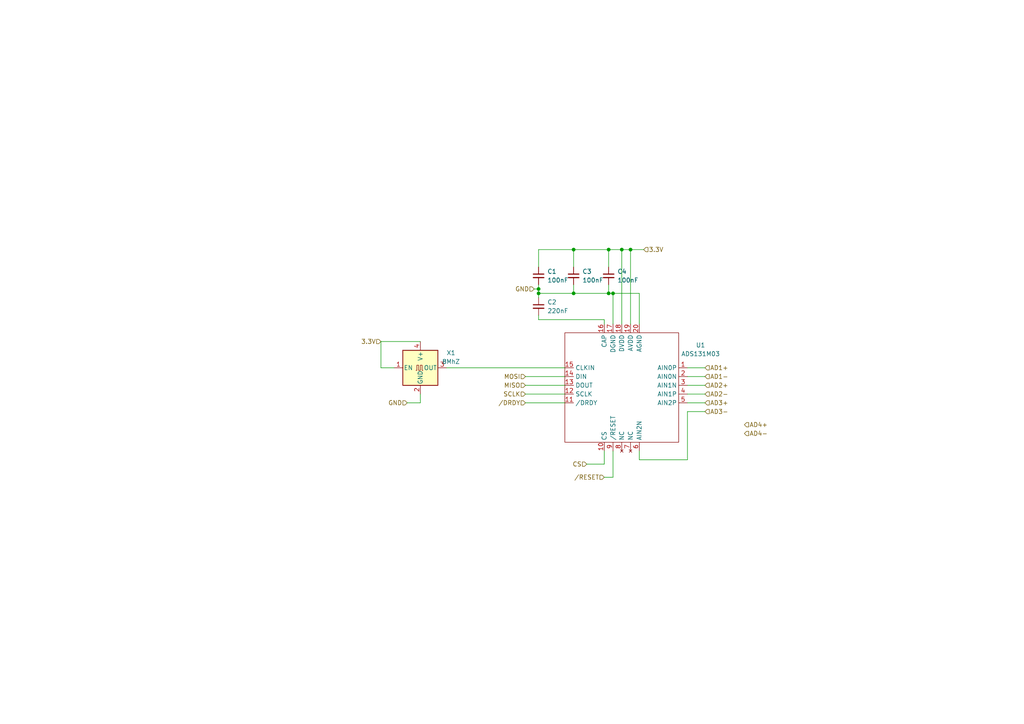
<source format=kicad_sch>
(kicad_sch (version 20211123) (generator eeschema)

  (uuid 021cf161-a04e-430c-aa23-55c6938afa59)

  (paper "A4")

  (lib_symbols
    (symbol "Device:C_Small" (pin_numbers hide) (pin_names (offset 0.254) hide) (in_bom yes) (on_board yes)
      (property "Reference" "C" (id 0) (at 0.254 1.778 0)
        (effects (font (size 1.27 1.27)) (justify left))
      )
      (property "Value" "C_Small" (id 1) (at 0.254 -2.032 0)
        (effects (font (size 1.27 1.27)) (justify left))
      )
      (property "Footprint" "" (id 2) (at 0 0 0)
        (effects (font (size 1.27 1.27)) hide)
      )
      (property "Datasheet" "~" (id 3) (at 0 0 0)
        (effects (font (size 1.27 1.27)) hide)
      )
      (property "ki_keywords" "capacitor cap" (id 4) (at 0 0 0)
        (effects (font (size 1.27 1.27)) hide)
      )
      (property "ki_description" "Unpolarized capacitor, small symbol" (id 5) (at 0 0 0)
        (effects (font (size 1.27 1.27)) hide)
      )
      (property "ki_fp_filters" "C_*" (id 6) (at 0 0 0)
        (effects (font (size 1.27 1.27)) hide)
      )
      (symbol "C_Small_0_1"
        (polyline
          (pts
            (xy -1.524 -0.508)
            (xy 1.524 -0.508)
          )
          (stroke (width 0.3302) (type default) (color 0 0 0 0))
          (fill (type none))
        )
        (polyline
          (pts
            (xy -1.524 0.508)
            (xy 1.524 0.508)
          )
          (stroke (width 0.3048) (type default) (color 0 0 0 0))
          (fill (type none))
        )
      )
      (symbol "C_Small_1_1"
        (pin passive line (at 0 2.54 270) (length 2.032)
          (name "~" (effects (font (size 1.27 1.27))))
          (number "1" (effects (font (size 1.27 1.27))))
        )
        (pin passive line (at 0 -2.54 90) (length 2.032)
          (name "~" (effects (font (size 1.27 1.27))))
          (number "2" (effects (font (size 1.27 1.27))))
        )
      )
    )
    (symbol "Oscillator:XO32" (pin_names (offset 0.254)) (in_bom yes) (on_board yes)
      (property "Reference" "X" (id 0) (at -5.08 6.35 0)
        (effects (font (size 1.27 1.27)) (justify left))
      )
      (property "Value" "XO32" (id 1) (at 1.27 -6.35 0)
        (effects (font (size 1.27 1.27)) (justify left))
      )
      (property "Footprint" "Oscillator:Oscillator_SMD_EuroQuartz_XO32-4Pin_3.2x2.5mm" (id 2) (at 17.78 -8.89 0)
        (effects (font (size 1.27 1.27)) hide)
      )
      (property "Datasheet" "http://cdn-reichelt.de/documents/datenblatt/B400/XO32.pdf" (id 3) (at -2.54 0 0)
        (effects (font (size 1.27 1.27)) hide)
      )
      (property "ki_keywords" "Crystal Clock Oscillator" (id 4) (at 0 0 0)
        (effects (font (size 1.27 1.27)) hide)
      )
      (property "ki_description" "HCMOS Clock Oscillator" (id 5) (at 0 0 0)
        (effects (font (size 1.27 1.27)) hide)
      )
      (property "ki_fp_filters" "Oscillator*SMD*EuroQuartz*XO32*3.2x2.5mm*" (id 6) (at 0 0 0)
        (effects (font (size 1.27 1.27)) hide)
      )
      (symbol "XO32_0_1"
        (rectangle (start -5.08 5.08) (end 5.08 -5.08)
          (stroke (width 0.254) (type default) (color 0 0 0 0))
          (fill (type background))
        )
        (polyline
          (pts
            (xy -1.27 -0.762)
            (xy -1.016 -0.762)
            (xy -1.016 0.762)
            (xy -0.508 0.762)
            (xy -0.508 -0.762)
            (xy 0 -0.762)
            (xy 0 0.762)
            (xy 0.508 0.762)
            (xy 0.508 -0.762)
            (xy 0.762 -0.762)
          )
          (stroke (width 0) (type default) (color 0 0 0 0))
          (fill (type none))
        )
      )
      (symbol "XO32_1_1"
        (pin input line (at -7.62 0 0) (length 2.54)
          (name "EN" (effects (font (size 1.27 1.27))))
          (number "1" (effects (font (size 1.27 1.27))))
        )
        (pin power_in line (at 0 -7.62 90) (length 2.54)
          (name "GND" (effects (font (size 1.27 1.27))))
          (number "2" (effects (font (size 1.27 1.27))))
        )
        (pin output line (at 7.62 0 180) (length 2.54)
          (name "OUT" (effects (font (size 1.27 1.27))))
          (number "3" (effects (font (size 1.27 1.27))))
        )
        (pin power_in line (at 0 7.62 270) (length 2.54)
          (name "V+" (effects (font (size 1.27 1.27))))
          (number "4" (effects (font (size 1.27 1.27))))
        )
      )
    )
    (symbol "parts:ADS131M03" (in_bom yes) (on_board yes)
      (property "Reference" "U" (id 0) (at 7.62 19.05 0)
        (effects (font (size 1.27 1.27)))
      )
      (property "Value" "ADS131M03" (id 1) (at 12.7 16.51 0)
        (effects (font (size 1.27 1.27)))
      )
      (property "Footprint" "" (id 2) (at 0 26.67 0)
        (effects (font (size 1.27 1.27)) hide)
      )
      (property "Datasheet" "" (id 3) (at 0 26.67 0)
        (effects (font (size 1.27 1.27)) hide)
      )
      (symbol "ADS131M03_0_1"
        (rectangle (start -16.51 15.24) (end 16.51 -16.51)
          (stroke (width 0) (type default) (color 0 0 0 0))
          (fill (type none))
        )
      )
      (symbol "ADS131M03_1_1"
        (pin input line (at -19.05 5.08 0) (length 2.54)
          (name "AIN0P" (effects (font (size 1.27 1.27))))
          (number "1" (effects (font (size 1.27 1.27))))
        )
        (pin input line (at 5.08 -19.05 90) (length 2.54)
          (name "CS" (effects (font (size 1.27 1.27))))
          (number "10" (effects (font (size 1.27 1.27))))
        )
        (pin output line (at 16.51 -5.08 180) (length 2.54)
          (name "/DRDY" (effects (font (size 1.27 1.27))))
          (number "11" (effects (font (size 1.27 1.27))))
        )
        (pin input line (at 16.51 -2.54 180) (length 2.54)
          (name "SCLK" (effects (font (size 1.27 1.27))))
          (number "12" (effects (font (size 1.27 1.27))))
        )
        (pin output line (at 16.51 0 180) (length 2.54)
          (name "DOUT" (effects (font (size 1.27 1.27))))
          (number "13" (effects (font (size 1.27 1.27))))
        )
        (pin input line (at 16.51 2.54 180) (length 2.54)
          (name "DIN" (effects (font (size 1.27 1.27))))
          (number "14" (effects (font (size 1.27 1.27))))
        )
        (pin input line (at 16.51 5.08 180) (length 2.54)
          (name "CLKIN" (effects (font (size 1.27 1.27))))
          (number "15" (effects (font (size 1.27 1.27))))
        )
        (pin passive line (at 5.08 17.78 270) (length 2.54)
          (name "CAP" (effects (font (size 1.27 1.27))))
          (number "16" (effects (font (size 1.27 1.27))))
        )
        (pin power_in line (at 2.54 17.78 270) (length 2.54)
          (name "DGND" (effects (font (size 1.27 1.27))))
          (number "17" (effects (font (size 1.27 1.27))))
        )
        (pin power_in line (at 0 17.78 270) (length 2.54)
          (name "DVDD" (effects (font (size 1.27 1.27))))
          (number "18" (effects (font (size 1.27 1.27))))
        )
        (pin power_in line (at -2.54 17.78 270) (length 2.54)
          (name "AVDD" (effects (font (size 1.27 1.27))))
          (number "19" (effects (font (size 1.27 1.27))))
        )
        (pin input line (at -19.05 2.54 0) (length 2.54)
          (name "AIN0N" (effects (font (size 1.27 1.27))))
          (number "2" (effects (font (size 1.27 1.27))))
        )
        (pin power_in line (at -5.08 17.78 270) (length 2.54)
          (name "AGND" (effects (font (size 1.27 1.27))))
          (number "20" (effects (font (size 1.27 1.27))))
        )
        (pin input line (at -19.05 0 0) (length 2.54)
          (name "AIN1N" (effects (font (size 1.27 1.27))))
          (number "3" (effects (font (size 1.27 1.27))))
        )
        (pin input line (at -19.05 -2.54 0) (length 2.54)
          (name "AIN1P" (effects (font (size 1.27 1.27))))
          (number "4" (effects (font (size 1.27 1.27))))
        )
        (pin input line (at -19.05 -5.08 0) (length 2.54)
          (name "AIN2P" (effects (font (size 1.27 1.27))))
          (number "5" (effects (font (size 1.27 1.27))))
        )
        (pin input line (at -5.08 -19.05 90) (length 2.54)
          (name "AIN2N" (effects (font (size 1.27 1.27))))
          (number "6" (effects (font (size 1.27 1.27))))
        )
        (pin no_connect line (at -2.54 -19.05 90) (length 2.54)
          (name "NC" (effects (font (size 1.27 1.27))))
          (number "7" (effects (font (size 1.27 1.27))))
        )
        (pin no_connect line (at 0 -19.05 90) (length 2.54)
          (name "NC" (effects (font (size 1.27 1.27))))
          (number "8" (effects (font (size 1.27 1.27))))
        )
        (pin input line (at 2.54 -19.05 90) (length 2.54)
          (name "/RESET" (effects (font (size 1.27 1.27))))
          (number "9" (effects (font (size 1.27 1.27))))
        )
      )
    )
  )

  (junction (at 166.37 72.39) (diameter 0) (color 0 0 0 0)
    (uuid 299f5b3a-7533-433d-afbd-31fbc9b87e19)
  )
  (junction (at 180.34 72.39) (diameter 0) (color 0 0 0 0)
    (uuid 29f6fad9-d684-42d0-82f3-0082ce96a7a4)
  )
  (junction (at 182.88 72.39) (diameter 0) (color 0 0 0 0)
    (uuid 54d49754-6dac-4b67-affc-2b062a44916e)
  )
  (junction (at 177.8 85.09) (diameter 0) (color 0 0 0 0)
    (uuid 56466e1f-499e-470b-82b4-72dcf6b935de)
  )
  (junction (at 166.37 85.09) (diameter 0) (color 0 0 0 0)
    (uuid 91d38618-a080-4165-b7b1-838b672ec208)
  )
  (junction (at 176.53 72.39) (diameter 0) (color 0 0 0 0)
    (uuid b430809f-704f-4e7d-b644-54f73168fb8f)
  )
  (junction (at 156.21 85.09) (diameter 0) (color 0 0 0 0)
    (uuid b7c3fe84-af51-47e0-b00c-bde35d5c9392)
  )
  (junction (at 176.53 85.09) (diameter 0) (color 0 0 0 0)
    (uuid ee43f686-7633-4e3e-a002-f9e338c3ef83)
  )
  (junction (at 156.21 83.82) (diameter 0) (color 0 0 0 0)
    (uuid fe4f034c-6850-4040-8738-706a4bde5e74)
  )

  (wire (pts (xy 176.53 72.39) (xy 176.53 77.47))
    (stroke (width 0) (type default) (color 0 0 0 0))
    (uuid 05ca8d2e-71c1-4133-a922-cbd82cd621b1)
  )
  (wire (pts (xy 176.53 85.09) (xy 177.8 85.09))
    (stroke (width 0) (type default) (color 0 0 0 0))
    (uuid 06130a3f-b519-4f6c-82a6-e67accbae07b)
  )
  (wire (pts (xy 175.26 92.71) (xy 175.26 93.98))
    (stroke (width 0) (type default) (color 0 0 0 0))
    (uuid 0d1cca8b-1808-47ae-bffd-0ccc50894f08)
  )
  (wire (pts (xy 185.42 133.35) (xy 185.42 130.81))
    (stroke (width 0) (type default) (color 0 0 0 0))
    (uuid 1190871e-7691-4380-bdc7-0368cef1e349)
  )
  (wire (pts (xy 156.21 92.71) (xy 175.26 92.71))
    (stroke (width 0) (type default) (color 0 0 0 0))
    (uuid 161af741-093f-4355-aac5-59fc29319941)
  )
  (wire (pts (xy 156.21 77.47) (xy 156.21 72.39))
    (stroke (width 0) (type default) (color 0 0 0 0))
    (uuid 16e9622b-eb48-46b7-9b91-6e792cc2d61b)
  )
  (wire (pts (xy 110.49 99.06) (xy 121.92 99.06))
    (stroke (width 0) (type default) (color 0 0 0 0))
    (uuid 1c6bf620-bada-4454-b138-3a12aa1e9793)
  )
  (wire (pts (xy 175.26 134.62) (xy 175.26 130.81))
    (stroke (width 0) (type default) (color 0 0 0 0))
    (uuid 20f30012-7fc8-4f55-816c-0df1b3239edb)
  )
  (wire (pts (xy 185.42 85.09) (xy 185.42 93.98))
    (stroke (width 0) (type default) (color 0 0 0 0))
    (uuid 21419d51-240f-4d4d-8947-45a46ab95856)
  )
  (wire (pts (xy 176.53 82.55) (xy 176.53 85.09))
    (stroke (width 0) (type default) (color 0 0 0 0))
    (uuid 2299c2c5-9414-4c63-9f32-5c9e7db73ba4)
  )
  (wire (pts (xy 129.54 106.68) (xy 163.83 106.68))
    (stroke (width 0) (type default) (color 0 0 0 0))
    (uuid 39f3aa53-29c1-4498-a5e5-0728158ce095)
  )
  (wire (pts (xy 199.39 109.22) (xy 204.47 109.22))
    (stroke (width 0) (type default) (color 0 0 0 0))
    (uuid 41973fb4-c6d9-476e-8774-0da6d2d31b8e)
  )
  (wire (pts (xy 156.21 85.09) (xy 156.21 86.36))
    (stroke (width 0) (type default) (color 0 0 0 0))
    (uuid 44879175-ad1c-4eaf-820e-5177b22c44cf)
  )
  (wire (pts (xy 199.39 106.68) (xy 204.47 106.68))
    (stroke (width 0) (type default) (color 0 0 0 0))
    (uuid 47d7e998-abcf-4a20-9dc6-e3629776e22c)
  )
  (wire (pts (xy 180.34 72.39) (xy 180.34 93.98))
    (stroke (width 0) (type default) (color 0 0 0 0))
    (uuid 4aa54477-43dc-4a54-8398-8636f37fb60b)
  )
  (wire (pts (xy 156.21 85.09) (xy 156.21 83.82))
    (stroke (width 0) (type default) (color 0 0 0 0))
    (uuid 4f59afea-52a6-42ef-a827-b3f6d4652563)
  )
  (wire (pts (xy 152.4 111.76) (xy 163.83 111.76))
    (stroke (width 0) (type default) (color 0 0 0 0))
    (uuid 50e6e7dd-73e0-4324-bc63-c9a8c6c1e423)
  )
  (wire (pts (xy 170.18 134.62) (xy 175.26 134.62))
    (stroke (width 0) (type default) (color 0 0 0 0))
    (uuid 5c4c69df-a6ff-46f5-a639-3fbd080e0d84)
  )
  (wire (pts (xy 182.88 72.39) (xy 186.69 72.39))
    (stroke (width 0) (type default) (color 0 0 0 0))
    (uuid 5e370ace-c9ad-4c35-bd53-e5018a993304)
  )
  (wire (pts (xy 121.92 116.84) (xy 121.92 114.3))
    (stroke (width 0) (type default) (color 0 0 0 0))
    (uuid 665bf931-97d7-42da-9ce8-976b7b1484a3)
  )
  (wire (pts (xy 199.39 119.38) (xy 204.47 119.38))
    (stroke (width 0) (type default) (color 0 0 0 0))
    (uuid 733adb7e-7cf1-4c82-b728-58125373a7ad)
  )
  (wire (pts (xy 156.21 83.82) (xy 156.21 82.55))
    (stroke (width 0) (type default) (color 0 0 0 0))
    (uuid 736d6d80-d539-4579-ab67-fecc77b5de02)
  )
  (wire (pts (xy 199.39 114.3) (xy 204.47 114.3))
    (stroke (width 0) (type default) (color 0 0 0 0))
    (uuid 7d17f14c-b38c-4b3e-a3ca-9b3cdc464329)
  )
  (wire (pts (xy 199.39 116.84) (xy 204.47 116.84))
    (stroke (width 0) (type default) (color 0 0 0 0))
    (uuid 83275f4a-e598-4003-b7ad-6ae32416b071)
  )
  (wire (pts (xy 166.37 72.39) (xy 166.37 77.47))
    (stroke (width 0) (type default) (color 0 0 0 0))
    (uuid 8485909a-d295-4bcd-8087-6ec545558ed5)
  )
  (wire (pts (xy 152.4 114.3) (xy 163.83 114.3))
    (stroke (width 0) (type default) (color 0 0 0 0))
    (uuid 883d9c29-1826-4d48-b045-2d38701438c8)
  )
  (wire (pts (xy 182.88 72.39) (xy 182.88 93.98))
    (stroke (width 0) (type default) (color 0 0 0 0))
    (uuid 931f931d-df88-4c39-8cf5-f92c173a0f72)
  )
  (wire (pts (xy 166.37 85.09) (xy 176.53 85.09))
    (stroke (width 0) (type default) (color 0 0 0 0))
    (uuid 9c04e4c4-cb62-439d-86c7-32335ce55af4)
  )
  (wire (pts (xy 177.8 138.43) (xy 177.8 130.81))
    (stroke (width 0) (type default) (color 0 0 0 0))
    (uuid 9f46b781-ea4a-4e83-9037-a4f56c170db1)
  )
  (wire (pts (xy 176.53 72.39) (xy 180.34 72.39))
    (stroke (width 0) (type default) (color 0 0 0 0))
    (uuid a1c288cd-b5b3-4baa-aacf-8315b733cfd7)
  )
  (wire (pts (xy 166.37 82.55) (xy 166.37 85.09))
    (stroke (width 0) (type default) (color 0 0 0 0))
    (uuid a5a33ea2-691d-4ae1-ac35-6817142c2d93)
  )
  (wire (pts (xy 166.37 72.39) (xy 176.53 72.39))
    (stroke (width 0) (type default) (color 0 0 0 0))
    (uuid a682f920-ae4d-4d8a-b0af-2188282ae9c6)
  )
  (wire (pts (xy 180.34 72.39) (xy 182.88 72.39))
    (stroke (width 0) (type default) (color 0 0 0 0))
    (uuid a6c5dec8-4ad2-4a56-a82f-7606a7697b2d)
  )
  (wire (pts (xy 166.37 85.09) (xy 156.21 85.09))
    (stroke (width 0) (type default) (color 0 0 0 0))
    (uuid a9b5a8af-ce38-4253-8030-d2a2d99cc840)
  )
  (wire (pts (xy 175.26 138.43) (xy 177.8 138.43))
    (stroke (width 0) (type default) (color 0 0 0 0))
    (uuid b41836e0-06b3-4a3f-b6c4-27114c233ee8)
  )
  (wire (pts (xy 118.11 116.84) (xy 121.92 116.84))
    (stroke (width 0) (type default) (color 0 0 0 0))
    (uuid bc2d347b-9ca9-4947-a617-18258bd527c4)
  )
  (wire (pts (xy 114.3 106.68) (xy 110.49 106.68))
    (stroke (width 0) (type default) (color 0 0 0 0))
    (uuid bca2e64c-ba54-4b32-bdb9-986b18373b8f)
  )
  (wire (pts (xy 110.49 99.06) (xy 110.49 106.68))
    (stroke (width 0) (type default) (color 0 0 0 0))
    (uuid bdb5b1bb-3bbb-4ca8-b603-4ebda04ba844)
  )
  (wire (pts (xy 177.8 85.09) (xy 177.8 93.98))
    (stroke (width 0) (type default) (color 0 0 0 0))
    (uuid c9a8b410-080b-41f2-a746-2aea17b02d58)
  )
  (wire (pts (xy 177.8 85.09) (xy 185.42 85.09))
    (stroke (width 0) (type default) (color 0 0 0 0))
    (uuid d387590d-3ba3-4736-bb4a-dd02835ac5bb)
  )
  (wire (pts (xy 199.39 133.35) (xy 185.42 133.35))
    (stroke (width 0) (type default) (color 0 0 0 0))
    (uuid d5a8e7a9-bb14-41a4-b1dd-942972499bfa)
  )
  (wire (pts (xy 199.39 119.38) (xy 199.39 133.35))
    (stroke (width 0) (type default) (color 0 0 0 0))
    (uuid d6ba4f66-667d-4adc-9f1c-500b6dd256f7)
  )
  (wire (pts (xy 156.21 91.44) (xy 156.21 92.71))
    (stroke (width 0) (type default) (color 0 0 0 0))
    (uuid d87ddbc8-743d-4306-865d-a381cc92fa90)
  )
  (wire (pts (xy 199.39 111.76) (xy 204.47 111.76))
    (stroke (width 0) (type default) (color 0 0 0 0))
    (uuid d9d86250-8fee-4aff-aae4-70b384b1eb51)
  )
  (wire (pts (xy 156.21 72.39) (xy 166.37 72.39))
    (stroke (width 0) (type default) (color 0 0 0 0))
    (uuid dd9fa444-4fb3-4376-9c55-f02ec1f47794)
  )
  (wire (pts (xy 152.4 116.84) (xy 163.83 116.84))
    (stroke (width 0) (type default) (color 0 0 0 0))
    (uuid e75f163b-f690-4d89-9a5c-30a9203030ef)
  )
  (wire (pts (xy 154.94 83.82) (xy 156.21 83.82))
    (stroke (width 0) (type default) (color 0 0 0 0))
    (uuid ed65dec2-598a-4d51-9138-4466f855e2e9)
  )
  (wire (pts (xy 152.4 109.22) (xy 163.83 109.22))
    (stroke (width 0) (type default) (color 0 0 0 0))
    (uuid f7b988a2-61e5-4889-b3ac-a713e79211ba)
  )

  (hierarchical_label "AD4+" (shape input) (at 215.9 123.19 0)
    (effects (font (size 1.27 1.27)) (justify left))
    (uuid 104e71da-dfca-45be-b72b-a07760a6df68)
  )
  (hierarchical_label "{slash}DRDY" (shape input) (at 152.4 116.84 180)
    (effects (font (size 1.27 1.27)) (justify right))
    (uuid 1406ab03-cc82-44f2-bcbd-39d489f72f94)
  )
  (hierarchical_label "SCLK" (shape input) (at 152.4 114.3 180)
    (effects (font (size 1.27 1.27)) (justify right))
    (uuid 1aee5cc1-4ed3-4a7c-a297-61f0f2678cb3)
  )
  (hierarchical_label "AD1-" (shape input) (at 204.47 109.22 0)
    (effects (font (size 1.27 1.27)) (justify left))
    (uuid 1f6caf9c-5e3b-4d7c-a5a2-7d12c53a8291)
  )
  (hierarchical_label "AD3+" (shape input) (at 204.47 116.84 0)
    (effects (font (size 1.27 1.27)) (justify left))
    (uuid 3b2db01c-a7d2-47c6-84a9-b58fd5477d61)
  )
  (hierarchical_label "3.3V" (shape input) (at 110.49 99.06 180)
    (effects (font (size 1.27 1.27)) (justify right))
    (uuid 4211ee26-cd7d-4c5e-9a09-29d3ea502a37)
  )
  (hierarchical_label "AD3-" (shape input) (at 204.47 119.38 0)
    (effects (font (size 1.27 1.27)) (justify left))
    (uuid 58ad2e3e-5950-4e4c-b137-2dd49925a27d)
  )
  (hierarchical_label "AD4-" (shape input) (at 215.9 125.73 0)
    (effects (font (size 1.27 1.27)) (justify left))
    (uuid 63777433-96ab-4b15-8870-c77f38cbb556)
  )
  (hierarchical_label "{slash}RESET" (shape input) (at 175.26 138.43 180)
    (effects (font (size 1.27 1.27)) (justify right))
    (uuid 66883028-fc0f-4563-91e9-b644e32a3838)
  )
  (hierarchical_label "AD1+" (shape input) (at 204.47 106.68 0)
    (effects (font (size 1.27 1.27)) (justify left))
    (uuid 6ddd5b77-28d1-4c50-af9a-c85c0dbd7101)
  )
  (hierarchical_label "GND" (shape input) (at 154.94 83.82 180)
    (effects (font (size 1.27 1.27)) (justify right))
    (uuid 7ce8164b-c436-48e9-a48b-e40327f9da1d)
  )
  (hierarchical_label "MOSI" (shape input) (at 152.4 109.22 180)
    (effects (font (size 1.27 1.27)) (justify right))
    (uuid 8ac28c99-c642-4bef-9e0e-35a658fb2e0d)
  )
  (hierarchical_label "AD2-" (shape input) (at 204.47 114.3 0)
    (effects (font (size 1.27 1.27)) (justify left))
    (uuid 8c655716-1910-4352-946d-c6f33a9bba94)
  )
  (hierarchical_label "GND" (shape input) (at 118.11 116.84 180)
    (effects (font (size 1.27 1.27)) (justify right))
    (uuid 91a92c3a-a721-466f-a39a-de7dccbce2dc)
  )
  (hierarchical_label "AD2+" (shape input) (at 204.47 111.76 0)
    (effects (font (size 1.27 1.27)) (justify left))
    (uuid a24fa7fd-65e8-4709-b4b5-c949561fba29)
  )
  (hierarchical_label "MISO" (shape input) (at 152.4 111.76 180)
    (effects (font (size 1.27 1.27)) (justify right))
    (uuid bd5e804d-fd11-48e1-9ed4-731287121f72)
  )
  (hierarchical_label "CS" (shape input) (at 170.18 134.62 180)
    (effects (font (size 1.27 1.27)) (justify right))
    (uuid e99b7cc5-b0d9-4701-9d90-01f090b6d013)
  )
  (hierarchical_label "3.3V" (shape input) (at 186.69 72.39 0)
    (effects (font (size 1.27 1.27)) (justify left))
    (uuid eb852a38-fe39-40bd-97c5-44dd1358b9ba)
  )

  (symbol (lib_id "Oscillator:XO32") (at 121.92 106.68 0) (unit 1)
    (in_bom yes) (on_board yes) (fields_autoplaced)
    (uuid 2d99e0f5-7164-4e13-8374-22febae45820)
    (property "Reference" "X1" (id 0) (at 130.81 102.3493 0))
    (property "Value" "8MhZ" (id 1) (at 130.81 104.8893 0))
    (property "Footprint" "Oscillator:Oscillator_SMD_EuroQuartz_XO32-4Pin_3.2x2.5mm" (id 2) (at 139.7 115.57 0)
      (effects (font (size 1.27 1.27)) hide)
    )
    (property "Datasheet" "https://www.jauch.com/downloadfile/5ef1edcfb8e2f73163c8ce8009ef659d1/jo32-1.8-3.3v.pdf" (id 3) (at 119.38 106.68 0)
      (effects (font (size 1.27 1.27)) hide)
    )
    (property "MPN" "O 8,0-JO32-B-1V3-1-T1-LF" (id 4) (at 121.92 106.68 0)
      (effects (font (size 1.27 1.27)) hide)
    )
    (pin "1" (uuid 2aa8feaa-142c-430e-b84b-6577a76f8507))
    (pin "2" (uuid e388323d-8db6-4026-bcf8-24fee62129e9))
    (pin "3" (uuid 2e4571f8-44f2-4038-b347-6059daabcfaf))
    (pin "4" (uuid 1c828ea3-fcc0-40a4-bcb7-aae7306196dc))
  )

  (symbol (lib_id "Device:C_Small") (at 176.53 80.01 0) (unit 1)
    (in_bom yes) (on_board yes) (fields_autoplaced)
    (uuid 30ff46ab-4c40-4f49-8692-5badb51bf396)
    (property "Reference" "C4" (id 0) (at 179.07 78.7462 0)
      (effects (font (size 1.27 1.27)) (justify left))
    )
    (property "Value" "100nF" (id 1) (at 179.07 81.2862 0)
      (effects (font (size 1.27 1.27)) (justify left))
    )
    (property "Footprint" "Capacitor_SMD:C_0603_1608Metric" (id 2) (at 176.53 80.01 0)
      (effects (font (size 1.27 1.27)) hide)
    )
    (property "Datasheet" "~" (id 3) (at 176.53 80.01 0)
      (effects (font (size 1.27 1.27)) hide)
    )
    (pin "1" (uuid d1cc5a54-9df1-4164-8722-a4076c0dfba4))
    (pin "2" (uuid 9aa510e7-10ab-494e-9adf-cc6cd8d72447))
  )

  (symbol (lib_id "Device:C_Small") (at 166.37 80.01 0) (unit 1)
    (in_bom yes) (on_board yes) (fields_autoplaced)
    (uuid 5dbe3973-bc84-4f5e-af85-f3caa0957bfa)
    (property "Reference" "C3" (id 0) (at 168.91 78.7462 0)
      (effects (font (size 1.27 1.27)) (justify left))
    )
    (property "Value" "100nF" (id 1) (at 168.91 81.2862 0)
      (effects (font (size 1.27 1.27)) (justify left))
    )
    (property "Footprint" "Capacitor_SMD:C_0603_1608Metric" (id 2) (at 166.37 80.01 0)
      (effects (font (size 1.27 1.27)) hide)
    )
    (property "Datasheet" "~" (id 3) (at 166.37 80.01 0)
      (effects (font (size 1.27 1.27)) hide)
    )
    (pin "1" (uuid 93aef08f-d911-4ed3-8c5d-e4572b684d41))
    (pin "2" (uuid dd32aa70-308c-4f2e-b4af-07436aa7262d))
  )

  (symbol (lib_id "Device:C_Small") (at 156.21 88.9 0) (unit 1)
    (in_bom yes) (on_board yes) (fields_autoplaced)
    (uuid 6d3cbc8f-888f-4e0b-8988-28779a2cfc11)
    (property "Reference" "C2" (id 0) (at 158.75 87.6362 0)
      (effects (font (size 1.27 1.27)) (justify left))
    )
    (property "Value" "220nF" (id 1) (at 158.75 90.1762 0)
      (effects (font (size 1.27 1.27)) (justify left))
    )
    (property "Footprint" "Capacitor_SMD:C_0603_1608Metric" (id 2) (at 156.21 88.9 0)
      (effects (font (size 1.27 1.27)) hide)
    )
    (property "Datasheet" "~" (id 3) (at 156.21 88.9 0)
      (effects (font (size 1.27 1.27)) hide)
    )
    (pin "1" (uuid ebb4c539-6f02-45b6-858a-0bc12f27a99a))
    (pin "2" (uuid c5abc177-7a72-4409-add8-affa52a764c5))
  )

  (symbol (lib_id "parts:ADS131M03") (at 180.34 111.76 0) (mirror y) (unit 1)
    (in_bom yes) (on_board yes) (fields_autoplaced)
    (uuid 9eabcbb3-bbe2-493a-ad8d-18415bdad638)
    (property "Reference" "U1" (id 0) (at 203.2 100.1012 0))
    (property "Value" "ADS131M03" (id 1) (at 203.2 102.6412 0))
    (property "Footprint" "Package_DFN_QFN:WQFN-20-1EP_3x3mm_P0.4mm_EP1.7x1.7mm" (id 2) (at 180.34 85.09 0)
      (effects (font (size 1.27 1.27)) hide)
    )
    (property "Datasheet" "" (id 3) (at 180.34 85.09 0)
      (effects (font (size 1.27 1.27)) hide)
    )
    (pin "1" (uuid fbb6b872-3d3d-4726-84ce-fd13c7100781))
    (pin "10" (uuid 401e0ae0-9685-458b-bbd2-1f0ff080bcf8))
    (pin "11" (uuid d90c06ff-fb51-4ab7-8d42-f4988ad31cc8))
    (pin "12" (uuid 6889cce7-7b17-470f-b76d-986ce6db4658))
    (pin "13" (uuid f1ed5572-0fa9-4e9d-a411-5dcb7ff69673))
    (pin "14" (uuid 1f5beb24-3b2e-478d-868e-22a9166bce3e))
    (pin "15" (uuid f7a593c3-0f61-4d7c-8cda-488eb4e1f680))
    (pin "16" (uuid a8bd7067-17e7-48fc-b14a-1f5abc4ce7a3))
    (pin "17" (uuid 022235f4-a941-4297-afd8-b3627c9c8d0b))
    (pin "18" (uuid 598f9c04-a2c7-45cb-a1dc-7583607665ff))
    (pin "19" (uuid 65aaea80-9950-4a07-9b86-724a2dd175e4))
    (pin "2" (uuid caf58a50-74cb-40c8-8a00-3ee16fc0c23f))
    (pin "20" (uuid 439e2db2-11b4-4785-bb13-05534078591c))
    (pin "3" (uuid 9583f663-1b42-4362-b089-2f22f18da23e))
    (pin "4" (uuid 68bdb318-a674-47f4-b733-4773ffa628ed))
    (pin "5" (uuid 7f245329-92ad-424a-8732-7f666a030c5d))
    (pin "6" (uuid 1ffccd88-8c60-4dc8-88ac-291f134adace))
    (pin "7" (uuid 254284ea-bb7d-4a8c-94dd-179950d33632))
    (pin "8" (uuid 3e457ea6-cabb-4546-a84c-bcfea92e37ef))
    (pin "9" (uuid 07d9e260-bf96-4407-bdf0-2e015e2c60df))
  )

  (symbol (lib_id "Device:C_Small") (at 156.21 80.01 0) (unit 1)
    (in_bom yes) (on_board yes) (fields_autoplaced)
    (uuid ea200e7e-f40d-4f87-8e32-3fc38d11f0ac)
    (property "Reference" "C1" (id 0) (at 158.75 78.7462 0)
      (effects (font (size 1.27 1.27)) (justify left))
    )
    (property "Value" "100nF" (id 1) (at 158.75 81.2862 0)
      (effects (font (size 1.27 1.27)) (justify left))
    )
    (property "Footprint" "Capacitor_SMD:C_0603_1608Metric" (id 2) (at 156.21 80.01 0)
      (effects (font (size 1.27 1.27)) hide)
    )
    (property "Datasheet" "~" (id 3) (at 156.21 80.01 0)
      (effects (font (size 1.27 1.27)) hide)
    )
    (pin "1" (uuid d779e78b-baa6-4ad5-b272-3d21361cdd5f))
    (pin "2" (uuid 22b8642a-5f04-4761-8321-6379954576fa))
  )
)

</source>
